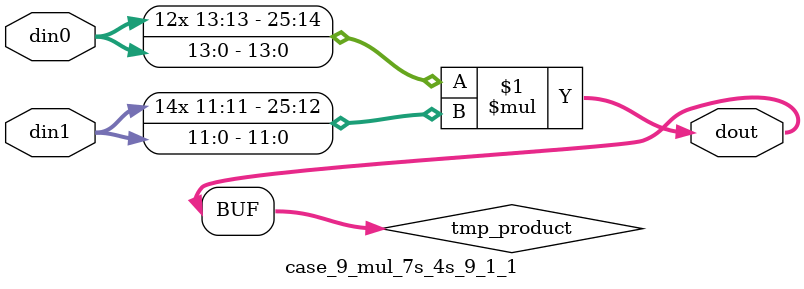
<source format=v>

`timescale 1 ns / 1 ps

 module case_9_mul_7s_4s_9_1_1(din0, din1, dout);
parameter ID = 1;
parameter NUM_STAGE = 0;
parameter din0_WIDTH = 14;
parameter din1_WIDTH = 12;
parameter dout_WIDTH = 26;

input [din0_WIDTH - 1 : 0] din0; 
input [din1_WIDTH - 1 : 0] din1; 
output [dout_WIDTH - 1 : 0] dout;

wire signed [dout_WIDTH - 1 : 0] tmp_product;



























assign tmp_product = $signed(din0) * $signed(din1);








assign dout = tmp_product;





















endmodule

</source>
